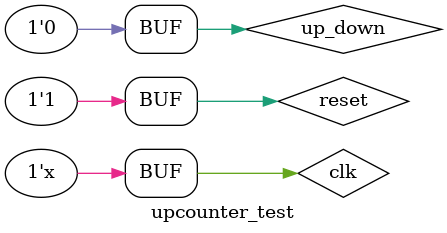
<source format=v>
module upcounter_test;

	// Inputs
	reg clk;
	reg reset;
	reg up_down;

	// Outputs
	wire [7:0] count;

	// Instantiate the Unit Under Test (UUT)
	updowncounter uut (
		.clk(clk), 
		.reset(reset), 
		.up_down(up_down), 
		.count(count)
	);

		// Wait 100 ns for global reset to finish
		always #100 clk=~clk;
	   initial begin
		// Initialize Inputs
		clk = 0;
		reset = 0;
		up_down = 0;

		// Wait 100 ns for global reset to finish
		#100;reset=0;up_down=1;
		#100;reset=1;up_down=0;
        
		// Add stimulus here

	end
      
endmodule


</source>
